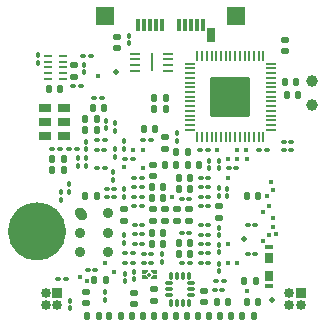
<source format=gbs>
%TF.GenerationSoftware,KiCad,Pcbnew,9.0.0*%
%TF.CreationDate,2025-03-28T20:31:48-04:00*%
%TF.ProjectId,Expansion_Card_Retrofit,45787061-6e73-4696-9f6e-5f436172645f,X1*%
%TF.SameCoordinates,Original*%
%TF.FileFunction,Soldermask,Bot*%
%TF.FilePolarity,Negative*%
%FSLAX45Y45*%
G04 Gerber Fmt 4.5, Leading zero omitted, Abs format (unit mm)*
G04 Created by KiCad (PCBNEW 9.0.0) date 2025-03-28 20:31:48*
%MOMM*%
%LPD*%
G01*
G04 APERTURE LIST*
G04 Aperture macros list*
%AMRoundRect*
0 Rectangle with rounded corners*
0 $1 Rounding radius*
0 $2 $3 $4 $5 $6 $7 $8 $9 X,Y pos of 4 corners*
0 Add a 4 corners polygon primitive as box body*
4,1,4,$2,$3,$4,$5,$6,$7,$8,$9,$2,$3,0*
0 Add four circle primitives for the rounded corners*
1,1,$1+$1,$2,$3*
1,1,$1+$1,$4,$5*
1,1,$1+$1,$6,$7*
1,1,$1+$1,$8,$9*
0 Add four rect primitives between the rounded corners*
20,1,$1+$1,$2,$3,$4,$5,0*
20,1,$1+$1,$4,$5,$6,$7,0*
20,1,$1+$1,$6,$7,$8,$9,0*
20,1,$1+$1,$8,$9,$2,$3,0*%
%AMHorizOval*
0 Thick line with rounded ends*
0 $1 width*
0 $2 $3 position (X,Y) of the first rounded end (center of the circle)*
0 $4 $5 position (X,Y) of the second rounded end (center of the circle)*
0 Add line between two ends*
20,1,$1,$2,$3,$4,$5,0*
0 Add two circle primitives to create the rounded ends*
1,1,$1,$2,$3*
1,1,$1,$4,$5*%
%AMFreePoly0*
4,1,18,-0.437500,0.050000,-0.433694,0.069134,-0.422855,0.085355,-0.406634,0.096194,-0.387500,0.100000,0.387500,0.100000,0.406634,0.096194,0.422855,0.085355,0.433694,0.069134,0.437500,0.050000,0.437500,-0.050000,0.387500,-0.100000,-0.387500,-0.100000,-0.406634,-0.096194,-0.422855,-0.085355,-0.433694,-0.069134,-0.437500,-0.050000,-0.437500,0.050000,-0.437500,0.050000,$1*%
%AMFreePoly1*
4,1,18,-0.437500,0.050000,-0.433694,0.069134,-0.422855,0.085355,-0.406634,0.096194,-0.387500,0.100000,0.387500,0.100000,0.437500,0.050000,0.437500,-0.050000,0.433694,-0.069134,0.422855,-0.085355,0.406634,-0.096194,0.387500,-0.100000,-0.387500,-0.100000,-0.406634,-0.096194,-0.422855,-0.085355,-0.433694,-0.069134,-0.437500,-0.050000,-0.437500,0.050000,-0.437500,0.050000,$1*%
%AMFreePoly2*
4,1,18,-0.100000,0.387500,-0.096194,0.406634,-0.085355,0.422855,-0.069134,0.433694,-0.050000,0.437500,0.050000,0.437500,0.069134,0.433694,0.085355,0.422855,0.096194,0.406634,0.100000,0.387500,0.100000,-0.387500,0.096194,-0.406634,0.085355,-0.422855,0.069134,-0.433694,0.050000,-0.437500,-0.050000,-0.437500,-0.100000,-0.387500,-0.100000,0.387500,-0.100000,0.387500,$1*%
%AMFreePoly3*
4,1,18,-0.100000,0.387500,-0.096194,0.406634,-0.085355,0.422855,-0.069134,0.433694,-0.050000,0.437500,0.050000,0.437500,0.069134,0.433694,0.085355,0.422855,0.096194,0.406634,0.100000,0.387500,0.100000,-0.387500,0.050000,-0.437500,-0.050000,-0.437500,-0.069134,-0.433694,-0.085355,-0.422855,-0.096194,-0.406634,-0.100000,-0.387500,-0.100000,0.387500,-0.100000,0.387500,$1*%
%AMFreePoly4*
4,1,18,-0.437500,0.050000,-0.387500,0.100000,0.387500,0.100000,0.406634,0.096194,0.422855,0.085355,0.433694,0.069134,0.437500,0.050000,0.437500,-0.050000,0.433694,-0.069134,0.422855,-0.085355,0.406634,-0.096194,0.387500,-0.100000,-0.387500,-0.100000,-0.406634,-0.096194,-0.422855,-0.085355,-0.433694,-0.069134,-0.437500,-0.050000,-0.437500,0.050000,-0.437500,0.050000,$1*%
%AMFreePoly5*
4,1,18,-0.437500,0.050000,-0.433694,0.069134,-0.422855,0.085355,-0.406634,0.096194,-0.387500,0.100000,0.387500,0.100000,0.406634,0.096194,0.422855,0.085355,0.433694,0.069134,0.437500,0.050000,0.437500,-0.050000,0.433694,-0.069134,0.422855,-0.085355,0.406634,-0.096194,0.387500,-0.100000,-0.387500,-0.100000,-0.437500,-0.050000,-0.437500,0.050000,-0.437500,0.050000,$1*%
%AMFreePoly6*
4,1,18,-0.100000,0.387500,-0.096194,0.406634,-0.085355,0.422855,-0.069134,0.433694,-0.050000,0.437500,0.050000,0.437500,0.100000,0.387500,0.100000,-0.387500,0.096194,-0.406634,0.085355,-0.422855,0.069134,-0.433694,0.050000,-0.437500,-0.050000,-0.437500,-0.069134,-0.433694,-0.085355,-0.422855,-0.096194,-0.406634,-0.100000,-0.387500,-0.100000,0.387500,-0.100000,0.387500,$1*%
%AMFreePoly7*
4,1,18,-0.100000,0.387500,-0.050000,0.437500,0.050000,0.437500,0.069134,0.433694,0.085355,0.422855,0.096194,0.406634,0.100000,0.387500,0.100000,-0.387500,0.096194,-0.406634,0.085355,-0.422855,0.069134,-0.433694,0.050000,-0.437500,-0.050000,-0.437500,-0.069134,-0.433694,-0.085355,-0.422855,-0.096194,-0.406634,-0.100000,-0.387500,-0.100000,0.387500,-0.100000,0.387500,$1*%
%AMFreePoly8*
4,1,10,0.210000,0.050000,0.050000,-0.110000,-0.160000,-0.110000,-0.195000,-0.095000,-0.210000,-0.060000,-0.210000,0.060000,-0.195000,0.095000,-0.160000,0.110000,0.210000,0.110000,0.210000,0.050000,0.210000,0.050000,$1*%
%AMFreePoly9*
4,1,10,0.210000,-0.050000,0.210000,-0.110000,-0.160000,-0.110000,-0.195000,-0.095000,-0.210000,-0.060000,-0.210000,0.060000,-0.195000,0.095000,-0.160000,0.110000,0.050000,0.110000,0.210000,-0.050000,0.210000,-0.050000,$1*%
%AMFreePoly10*
4,1,10,0.195000,0.095000,0.210000,0.060000,0.210000,-0.060000,0.195000,-0.095000,0.160000,-0.110000,-0.210000,-0.110000,-0.210000,-0.050000,-0.050000,0.110000,0.160000,0.110000,0.195000,0.095000,0.195000,0.095000,$1*%
%AMFreePoly11*
4,1,12,0.260000,-0.029000,0.260000,-0.160000,-0.160000,-0.160000,-0.210000,-0.147000,-0.247000,-0.110000,-0.260000,-0.060000,-0.260000,0.060000,-0.247000,0.110000,-0.210000,0.147000,-0.160000,0.160000,0.071000,0.160000,0.260000,-0.029000,0.260000,-0.029000,$1*%
%AMFreePoly12*
4,1,12,0.260000,0.029000,0.071000,-0.160000,-0.160000,-0.160000,-0.210000,-0.147000,-0.247000,-0.110000,-0.260000,-0.060000,-0.260000,0.060000,-0.247000,0.110000,-0.210000,0.147000,-0.160000,0.160000,0.260000,0.160000,0.260000,0.029000,0.260000,0.029000,$1*%
%AMFreePoly13*
4,1,12,0.210000,0.147000,0.247000,0.110000,0.260000,0.060000,0.260000,-0.060000,0.247000,-0.110000,0.210000,-0.147000,0.160000,-0.160000,-0.071000,-0.160000,-0.260000,0.029000,-0.260000,0.160000,0.160000,0.160000,0.210000,0.147000,0.210000,0.147000,$1*%
%AMFreePoly14*
4,1,12,0.210000,0.147000,0.247000,0.110000,0.260000,0.060000,0.260000,-0.060000,0.247000,-0.110000,0.210000,-0.147000,0.160000,-0.160000,-0.260000,-0.160000,-0.260000,-0.029000,-0.071000,0.160000,0.160000,0.160000,0.210000,0.147000,0.210000,0.147000,$1*%
G04 Aperture macros list end*
%ADD10C,2.475000*%
%ADD11RoundRect,0.100000X0.130000X0.100000X-0.130000X0.100000X-0.130000X-0.100000X0.130000X-0.100000X0*%
%ADD12RoundRect,0.140000X-0.170000X0.140000X-0.170000X-0.140000X0.170000X-0.140000X0.170000X0.140000X0*%
%ADD13C,0.500000*%
%ADD14R,0.380000X1.000000*%
%ADD15R,0.700000X1.150000*%
%ADD16R,0.850000X0.850000*%
%ADD17O,0.850000X0.850000*%
%ADD18R,1.500000X1.500000*%
%ADD19RoundRect,0.100000X-0.100000X0.130000X-0.100000X-0.130000X0.100000X-0.130000X0.100000X0.130000X0*%
%ADD20RoundRect,0.140000X-0.140000X-0.170000X0.140000X-0.170000X0.140000X0.170000X-0.140000X0.170000X0*%
%ADD21RoundRect,0.100000X-0.130000X-0.100000X0.130000X-0.100000X0.130000X0.100000X-0.130000X0.100000X0*%
%ADD22RoundRect,0.147500X-0.147500X-0.172500X0.147500X-0.172500X0.147500X0.172500X-0.147500X0.172500X0*%
%ADD23RoundRect,0.100000X0.100000X-0.130000X0.100000X0.130000X-0.100000X0.130000X-0.100000X-0.130000X0*%
%ADD24C,1.000000*%
%ADD25C,0.910000*%
%ADD26HorizOval,0.910000X-0.100000X0.100000X0.100000X-0.100000X0*%
%ADD27RoundRect,0.140000X0.140000X0.170000X-0.140000X0.170000X-0.140000X-0.170000X0.140000X-0.170000X0*%
%ADD28R,1.000000X0.700000*%
%ADD29RoundRect,0.147500X0.147500X0.172500X-0.147500X0.172500X-0.147500X-0.172500X0.147500X-0.172500X0*%
%ADD30RoundRect,0.062500X0.387500X0.062500X-0.387500X0.062500X-0.387500X-0.062500X0.387500X-0.062500X0*%
%ADD31R,0.200000X1.600000*%
%ADD32R,0.650001X0.249999*%
%ADD33FreePoly0,270.000000*%
%ADD34RoundRect,0.050000X-0.050000X0.387500X-0.050000X-0.387500X0.050000X-0.387500X0.050000X0.387500X0*%
%ADD35FreePoly1,270.000000*%
%ADD36FreePoly2,270.000000*%
%ADD37RoundRect,0.050000X-0.387500X0.050000X-0.387500X-0.050000X0.387500X-0.050000X0.387500X0.050000X0*%
%ADD38FreePoly3,270.000000*%
%ADD39FreePoly4,270.000000*%
%ADD40FreePoly5,270.000000*%
%ADD41FreePoly6,270.000000*%
%ADD42FreePoly7,270.000000*%
%ADD43RoundRect,0.153000X1.547000X1.547000X-1.547000X1.547000X-1.547000X-1.547000X1.547000X-1.547000X0*%
%ADD44RoundRect,0.075000X-0.275000X0.390000X-0.275000X-0.390000X0.275000X-0.390000X0.275000X0.390000X0*%
%ADD45RoundRect,0.075000X-0.275000X0.075000X-0.275000X-0.075000X0.275000X-0.075000X0.275000X0.075000X0*%
%ADD46FreePoly8,180.000000*%
%ADD47FreePoly9,180.000000*%
%ADD48FreePoly10,180.000000*%
%ADD49FreePoly11,180.000000*%
%ADD50FreePoly12,180.000000*%
%ADD51RoundRect,0.100000X0.106066X0.000000X0.000000X0.106066X-0.106066X0.000000X0.000000X-0.106066X0*%
%ADD52FreePoly13,180.000000*%
%ADD53FreePoly14,180.000000*%
%ADD54RoundRect,0.140000X0.170000X-0.140000X0.170000X0.140000X-0.170000X0.140000X-0.170000X-0.140000X0*%
%ADD55RoundRect,0.075000X0.275000X-0.390000X0.275000X0.390000X-0.275000X0.390000X-0.275000X-0.390000X0*%
%ADD56RoundRect,0.075000X0.275000X-0.075000X0.275000X0.075000X-0.275000X0.075000X-0.275000X-0.075000X0*%
%ADD57RoundRect,0.135000X0.185000X-0.135000X0.185000X0.135000X-0.185000X0.135000X-0.185000X-0.135000X0*%
%ADD58RoundRect,0.087500X-0.087500X0.225000X-0.087500X-0.225000X0.087500X-0.225000X0.087500X0.225000X0*%
%ADD59RoundRect,0.087500X-0.225000X0.087500X-0.225000X-0.087500X0.225000X-0.087500X0.225000X0.087500X0*%
%ADD60C,0.400000*%
G04 APERTURE END LIST*
D10*
X193750Y805000D02*
G75*
G02*
X-53750Y805000I-123750J0D01*
G01*
X-53750Y805000D02*
G75*
G02*
X193750Y805000I123750J0D01*
G01*
D11*
%TO.C,C112*%
X896000Y858000D03*
X960000Y858000D03*
%TD*%
D12*
%TO.C,C22*%
X1480000Y207000D03*
X1480000Y303000D03*
%TD*%
D13*
%TO.C,FID3*%
X743000Y2155000D03*
%TD*%
D14*
%TO.C,P1*%
X1475000Y2551000D03*
X1425000Y2551000D03*
X1375000Y2551000D03*
X1325000Y2551000D03*
X1275000Y2551000D03*
X1125000Y2551000D03*
X1075000Y2551000D03*
X1025000Y2551000D03*
X975000Y2551000D03*
X925000Y2551000D03*
D15*
X1542000Y2467000D03*
%TD*%
D16*
%TO.C,J4*%
X2306000Y285000D03*
D17*
X2306000Y185000D03*
X2206000Y285000D03*
X2206000Y185000D03*
%TD*%
D16*
%TO.C,J1*%
X242000Y285000D03*
D17*
X242000Y185000D03*
X142000Y285000D03*
X142000Y185000D03*
%TD*%
D18*
%TO.C,TP2*%
X645000Y2625000D03*
%TD*%
%TO.C,TP4*%
X1755000Y2625000D03*
%TD*%
D19*
%TO.C,R43*%
X887500Y464500D03*
X887500Y400500D03*
%TD*%
D20*
%TO.C,C66*%
X1844500Y1102500D03*
X1940500Y1102500D03*
%TD*%
D21*
%TO.C,C117*%
X1296000Y790000D03*
X1360000Y790000D03*
%TD*%
D20*
%TO.C,C21*%
X1592000Y205000D03*
X1688000Y205000D03*
%TD*%
D11*
%TO.C,C11*%
X262000Y1505000D03*
X198000Y1505000D03*
%TD*%
D22*
%TO.C,D10*%
X1619500Y85000D03*
X1716500Y85000D03*
%TD*%
D23*
%TO.C,C77*%
X1607500Y1338500D03*
X1607500Y1402500D03*
%TD*%
%TO.C,C71*%
X1607500Y626000D03*
X1607500Y690000D03*
%TD*%
D24*
%TO.C,TP6*%
X2400000Y1875000D03*
%TD*%
D25*
%TO.C,MK1*%
X667000Y960000D03*
X667000Y795000D03*
X667000Y630000D03*
X433000Y630000D03*
X433000Y795000D03*
D26*
X443000Y950000D03*
%TD*%
D27*
%TO.C,C106*%
X1137000Y1086000D03*
X1041000Y1086000D03*
%TD*%
D23*
%TO.C,C53*%
X807500Y1505500D03*
X807500Y1569500D03*
%TD*%
D19*
%TO.C,R25*%
X486000Y1564000D03*
X486000Y1500000D03*
%TD*%
D20*
%TO.C,C103*%
X1042000Y790000D03*
X1138000Y790000D03*
%TD*%
D23*
%TO.C,C45*%
X1525000Y1340500D03*
X1525000Y1404500D03*
%TD*%
D28*
%TO.C,Y1*%
X140000Y1610000D03*
X140000Y1730000D03*
X140000Y1850000D03*
X300000Y1850000D03*
X300000Y1730000D03*
X300000Y1610000D03*
%TD*%
D29*
%TO.C,D5*%
X780000Y85000D03*
X683000Y85000D03*
%TD*%
D23*
%TO.C,C33*%
X648000Y226000D03*
X648000Y290000D03*
%TD*%
D21*
%TO.C,R15*%
X343000Y1505000D03*
X407000Y1505000D03*
%TD*%
D30*
%TO.C,U4*%
X1182750Y2310250D03*
X1182750Y2260250D03*
X1182750Y2210250D03*
X1182750Y2160250D03*
X897750Y2160250D03*
X897750Y2210250D03*
X897750Y2260250D03*
X897750Y2310250D03*
D31*
X1040250Y2235250D03*
%TD*%
D27*
%TO.C,C90*%
X575500Y1760000D03*
X479500Y1760000D03*
%TD*%
D20*
%TO.C,C86*%
X172000Y2007000D03*
X268000Y2007000D03*
%TD*%
D11*
%TO.C,C82*%
X644500Y1337500D03*
X580500Y1337500D03*
%TD*%
D21*
%TO.C,C91*%
X895500Y1177500D03*
X959500Y1177500D03*
%TD*%
D12*
%TO.C,C18*%
X890000Y283000D03*
X890000Y187000D03*
%TD*%
D11*
%TO.C,C29*%
X562000Y475000D03*
X498000Y475000D03*
%TD*%
D32*
%TO.C,U8*%
X165000Y2092500D03*
X165000Y2142500D03*
X165000Y2192500D03*
X165000Y2242500D03*
X165000Y2292500D03*
X290000Y2292500D03*
X290000Y2242500D03*
X290000Y2192500D03*
X290000Y2142500D03*
X290000Y2092500D03*
%TD*%
D19*
%TO.C,R40*%
X80000Y2297000D03*
X80000Y2233000D03*
%TD*%
%TO.C,R28*%
X340000Y1202500D03*
X340000Y1138500D03*
%TD*%
D23*
%TO.C,C28*%
X808000Y1096000D03*
X808000Y1160000D03*
%TD*%
%TO.C,C30*%
X807000Y707000D03*
X807000Y771000D03*
%TD*%
%TO.C,R4*%
X727500Y1436000D03*
X727500Y1500000D03*
%TD*%
D33*
%TO.C,U1*%
X1427500Y2288750D03*
D34*
X1467500Y2288750D03*
X1507500Y2288750D03*
X1547500Y2288750D03*
X1587500Y2288750D03*
X1627500Y2288750D03*
X1667500Y2288750D03*
X1707500Y2288750D03*
X1747500Y2288750D03*
X1787500Y2288750D03*
X1827500Y2288750D03*
X1867500Y2288750D03*
X1907500Y2288750D03*
X1947500Y2288750D03*
D35*
X1987500Y2288750D03*
D36*
X2051250Y2225000D03*
D37*
X2051250Y2185000D03*
X2051250Y2145000D03*
X2051250Y2105000D03*
X2051250Y2065000D03*
X2051250Y2025000D03*
X2051250Y1985000D03*
X2051250Y1945000D03*
X2051250Y1905000D03*
X2051250Y1865000D03*
X2051250Y1825000D03*
X2051250Y1785000D03*
X2051250Y1745000D03*
X2051250Y1705000D03*
D38*
X2051250Y1665000D03*
D39*
X1987500Y1601250D03*
D34*
X1947500Y1601250D03*
X1907500Y1601250D03*
X1867500Y1601250D03*
X1827500Y1601250D03*
X1787500Y1601250D03*
X1747500Y1601250D03*
X1707500Y1601250D03*
X1667500Y1601250D03*
X1627500Y1601250D03*
X1587500Y1601250D03*
X1547500Y1601250D03*
X1507500Y1601250D03*
X1467500Y1601250D03*
D40*
X1427500Y1601250D03*
D41*
X1363750Y1665000D03*
D37*
X1363750Y1705000D03*
X1363750Y1745000D03*
X1363750Y1785000D03*
X1363750Y1825000D03*
X1363750Y1865000D03*
X1363750Y1905000D03*
X1363750Y1945000D03*
X1363750Y1985000D03*
X1363750Y2025000D03*
X1363750Y2065000D03*
X1363750Y2105000D03*
X1363750Y2145000D03*
X1363750Y2185000D03*
D42*
X1363750Y2225000D03*
D43*
X1707500Y1945000D03*
%TD*%
D11*
%TO.C,R30*%
X642000Y1577500D03*
X578000Y1577500D03*
%TD*%
%TO.C,R19*%
X1637000Y310000D03*
X1573000Y310000D03*
%TD*%
D23*
%TO.C,R22*%
X727500Y1655500D03*
X727500Y1719500D03*
%TD*%
D21*
%TO.C,C94*%
X1455000Y778000D03*
X1519000Y778000D03*
%TD*%
D12*
%TO.C,C34*%
X485000Y295500D03*
X485000Y199500D03*
%TD*%
D11*
%TO.C,C97*%
X1519000Y698000D03*
X1455000Y698000D03*
%TD*%
%TO.C,R39*%
X2222000Y1561000D03*
X2158000Y1561000D03*
%TD*%
D13*
%TO.C,FID1*%
X1823000Y743000D03*
%TD*%
D44*
%TO.C,D15*%
X2031000Y429500D03*
D45*
X2031000Y341000D03*
%TD*%
D27*
%TO.C,C12*%
X295500Y1420000D03*
X199500Y1420000D03*
%TD*%
D11*
%TO.C,R34*%
X2017000Y1495000D03*
X1953000Y1495000D03*
%TD*%
D21*
%TO.C,C98*%
X1454500Y1178000D03*
X1518500Y1178000D03*
%TD*%
%TO.C,C87*%
X463000Y2292500D03*
X527000Y2292500D03*
%TD*%
D20*
%TO.C,C73*%
X1826000Y381000D03*
X1922000Y381000D03*
%TD*%
D21*
%TO.C,C38*%
X815500Y1417500D03*
X879500Y1417500D03*
%TD*%
D20*
%TO.C,C74*%
X1844000Y205000D03*
X1940000Y205000D03*
%TD*%
D11*
%TO.C,C64*%
X639500Y1497500D03*
X575500Y1497500D03*
%TD*%
D23*
%TO.C,R26*%
X415000Y1360000D03*
X415000Y1424000D03*
%TD*%
D21*
%TO.C,C63*%
X968000Y1577500D03*
X1032000Y1577500D03*
%TD*%
D11*
%TO.C,C92*%
X1519000Y1258000D03*
X1455000Y1258000D03*
%TD*%
D27*
%TO.C,C14*%
X1158000Y1936000D03*
X1062000Y1936000D03*
%TD*%
D21*
%TO.C,C68*%
X1853000Y857500D03*
X1917000Y857500D03*
%TD*%
D27*
%TO.C,C26*%
X574000Y1102000D03*
X478000Y1102000D03*
%TD*%
D12*
%TO.C,C17*%
X1060000Y313000D03*
X1060000Y217000D03*
%TD*%
D21*
%TO.C,C111*%
X895000Y1018000D03*
X959000Y1018000D03*
%TD*%
D23*
%TO.C,C76*%
X1682500Y1100500D03*
X1682500Y1164500D03*
%TD*%
D11*
%TO.C,R20*%
X1652000Y385000D03*
X1588000Y385000D03*
%TD*%
D29*
%TO.C,D2*%
X1342250Y85000D03*
X1245250Y85000D03*
%TD*%
D21*
%TO.C,R31*%
X553500Y1937500D03*
X617500Y1937500D03*
%TD*%
%TO.C,C96*%
X896000Y779000D03*
X960000Y779000D03*
%TD*%
D23*
%TO.C,C46*%
X850000Y2398000D03*
X850000Y2462000D03*
%TD*%
D11*
%TO.C,C75*%
X1757000Y1337500D03*
X1693000Y1337500D03*
%TD*%
%TO.C,R17*%
X312000Y405000D03*
X248000Y405000D03*
%TD*%
D12*
%TO.C,C107*%
X1253000Y991000D03*
X1253000Y895000D03*
%TD*%
D46*
%TO.C,U10*%
X1059000Y415000D03*
D47*
X1059000Y463000D03*
D48*
X981000Y463000D03*
D49*
X1059000Y463000D03*
D50*
X1059000Y415000D03*
D51*
X1020000Y439000D03*
D52*
X981000Y415000D03*
D53*
X981000Y463000D03*
%TD*%
D54*
%TO.C,C40*%
X1050000Y1271500D03*
X1050000Y1367500D03*
%TD*%
D20*
%TO.C,C8*%
X2188000Y1961000D03*
X2284000Y1961000D03*
%TD*%
D27*
%TO.C,C13*%
X295000Y1327500D03*
X199000Y1327500D03*
%TD*%
D19*
%TO.C,R44*%
X817500Y444500D03*
X817500Y380500D03*
%TD*%
D27*
%TO.C,C35*%
X650500Y392500D03*
X554500Y392500D03*
%TD*%
D11*
%TO.C,R38*%
X2222000Y1490000D03*
X2158000Y1490000D03*
%TD*%
%TO.C,C32*%
X879000Y618000D03*
X815000Y618000D03*
%TD*%
D13*
%TO.C,FID2*%
X2061000Y221000D03*
%TD*%
D11*
%TO.C,C93*%
X960500Y698000D03*
X896500Y698000D03*
%TD*%
D54*
%TO.C,C57*%
X2170000Y2329500D03*
X2170000Y2425500D03*
%TD*%
D23*
%TO.C,C70*%
X1607500Y465500D03*
X1607500Y529500D03*
%TD*%
D21*
%TO.C,C31*%
X815000Y539000D03*
X879000Y539000D03*
%TD*%
D54*
%TO.C,C109*%
X1151000Y895000D03*
X1151000Y991000D03*
%TD*%
D23*
%TO.C,C19*%
X1127000Y546000D03*
X1127000Y610000D03*
%TD*%
D12*
%TO.C,C110*%
X1051000Y991000D03*
X1051000Y895000D03*
%TD*%
D54*
%TO.C,C108*%
X1358000Y895000D03*
X1358000Y991000D03*
%TD*%
D20*
%TO.C,C15*%
X1062000Y1842500D03*
X1158000Y1842500D03*
%TD*%
D23*
%TO.C,C69*%
X1607500Y773000D03*
X1607500Y837000D03*
%TD*%
D27*
%TO.C,C52*%
X636000Y1852500D03*
X540000Y1852500D03*
%TD*%
D12*
%TO.C,C65*%
X1615000Y1018000D03*
X1615000Y922000D03*
%TD*%
D54*
%TO.C,C47*%
X750000Y2355000D03*
X750000Y2451000D03*
%TD*%
D11*
%TO.C,R42*%
X724500Y1092500D03*
X660500Y1092500D03*
%TD*%
D55*
%TO.C,D16*%
X2032000Y582500D03*
D56*
X2032000Y671000D03*
%TD*%
D23*
%TO.C,R27*%
X270000Y1070500D03*
X270000Y1134500D03*
%TD*%
D11*
%TO.C,C23*%
X1518500Y538000D03*
X1454500Y538000D03*
%TD*%
D27*
%TO.C,C101*%
X1367000Y709000D03*
X1271000Y709000D03*
%TD*%
%TO.C,C42*%
X1068000Y1675000D03*
X972000Y1675000D03*
%TD*%
D29*
%TO.C,D4*%
X967250Y85000D03*
X870250Y85000D03*
%TD*%
D57*
%TO.C,R3*%
X1157500Y1506000D03*
X1157500Y1608000D03*
%TD*%
D11*
%TO.C,C116*%
X1359500Y1080000D03*
X1295500Y1080000D03*
%TD*%
D21*
%TO.C,C16*%
X975000Y539000D03*
X1039000Y539000D03*
%TD*%
D58*
%TO.C,U9*%
X1205000Y431250D03*
X1255000Y431250D03*
X1305000Y431250D03*
X1355000Y431250D03*
D59*
X1371250Y365000D03*
X1371250Y315000D03*
X1371250Y265000D03*
D58*
X1355000Y198750D03*
X1305000Y198750D03*
X1255000Y198750D03*
X1205000Y198750D03*
D59*
X1188750Y265000D03*
X1188750Y315000D03*
X1188750Y365000D03*
%TD*%
D11*
%TO.C,R41*%
X724500Y1167500D03*
X660500Y1167500D03*
%TD*%
D21*
%TO.C,C44*%
X1453000Y1497500D03*
X1517000Y1497500D03*
%TD*%
D27*
%TO.C,C105*%
X1367000Y1259000D03*
X1271000Y1259000D03*
%TD*%
D21*
%TO.C,C72*%
X1853500Y617500D03*
X1917500Y617500D03*
%TD*%
D24*
%TO.C,TP5*%
X2400000Y2075000D03*
%TD*%
D23*
%TO.C,C43*%
X1252500Y1570500D03*
X1252500Y1634500D03*
%TD*%
D11*
%TO.C,C95*%
X959500Y1098000D03*
X895500Y1098000D03*
%TD*%
%TO.C,R35*%
X442000Y2035000D03*
X378000Y2035000D03*
%TD*%
D20*
%TO.C,C104*%
X1271000Y617000D03*
X1367000Y617000D03*
%TD*%
%TO.C,C102*%
X1271000Y1167000D03*
X1367000Y1167000D03*
%TD*%
D27*
%TO.C,C89*%
X575500Y1665000D03*
X479500Y1665000D03*
%TD*%
D21*
%TO.C,C37*%
X895500Y1257500D03*
X959500Y1257500D03*
%TD*%
D22*
%TO.C,D11*%
X1807000Y85000D03*
X1904000Y85000D03*
%TD*%
D23*
%TO.C,C36*%
X487500Y1360500D03*
X487500Y1424500D03*
%TD*%
D29*
%TO.C,D1*%
X1529750Y85000D03*
X1432750Y85000D03*
%TD*%
D54*
%TO.C,C27*%
X809000Y895000D03*
X809000Y991000D03*
%TD*%
D19*
%TO.C,C67*%
X1607500Y1170000D03*
X1607500Y1106000D03*
%TD*%
%TO.C,R12*%
X350000Y219000D03*
X350000Y155000D03*
%TD*%
D23*
%TO.C,R29*%
X655000Y1678000D03*
X655000Y1742000D03*
%TD*%
D27*
%TO.C,C100*%
X1138000Y698000D03*
X1042000Y698000D03*
%TD*%
D11*
%TO.C,C25*%
X1363000Y536000D03*
X1299000Y536000D03*
%TD*%
D29*
%TO.C,D6*%
X592500Y85000D03*
X495500Y85000D03*
%TD*%
D21*
%TO.C,C24*%
X1454500Y619000D03*
X1518500Y619000D03*
%TD*%
D20*
%TO.C,C41*%
X1345000Y1367500D03*
X1441000Y1367500D03*
%TD*%
D21*
%TO.C,C114*%
X1454500Y1019000D03*
X1518500Y1019000D03*
%TD*%
D20*
%TO.C,C99*%
X1041000Y1177500D03*
X1137000Y1177500D03*
%TD*%
D19*
%TO.C,R24*%
X470000Y2217000D03*
X470000Y2153000D03*
%TD*%
D27*
%TO.C,C7*%
X2263000Y2072500D03*
X2167000Y2072500D03*
%TD*%
D11*
%TO.C,C20*%
X1039000Y617000D03*
X975000Y617000D03*
%TD*%
%TO.C,C115*%
X1519500Y858000D03*
X1455500Y858000D03*
%TD*%
D12*
%TO.C,C88*%
X387500Y2210500D03*
X387500Y2114500D03*
%TD*%
D29*
%TO.C,D3*%
X1154750Y85000D03*
X1057750Y85000D03*
%TD*%
D20*
%TO.C,C39*%
X1154500Y1367500D03*
X1250500Y1367500D03*
%TD*%
%TO.C,C6*%
X1249000Y1480000D03*
X1345000Y1480000D03*
%TD*%
D19*
%TO.C,R16*%
X717000Y1305000D03*
X717000Y1241000D03*
%TD*%
D11*
%TO.C,C113*%
X1519000Y1098000D03*
X1455000Y1098000D03*
%TD*%
D60*
X2090000Y785000D03*
X2050000Y1225000D03*
X967000Y1338000D03*
X1597266Y1498000D03*
X1847000Y298000D03*
X1688983Y1418434D03*
X1687500Y700000D03*
X1850000Y1418000D03*
X649000Y534000D03*
X1762184Y1494500D03*
X720000Y459000D03*
X807000Y1348000D03*
X430000Y415000D03*
X2017751Y1102751D03*
X1986329Y972853D03*
X1980970Y727426D03*
X2030467Y776924D03*
X2035826Y1022350D03*
X2066407Y914824D03*
X2066407Y844824D03*
X490000Y385000D03*
X2067249Y1152249D03*
X1842600Y1496702D03*
X1766684Y1415904D03*
X1216734Y1098000D03*
X584840Y2120000D03*
X967000Y1498000D03*
X887000Y1498000D03*
X1687000Y1258000D03*
X1687000Y538000D03*
X1767000Y538000D03*
M02*

</source>
